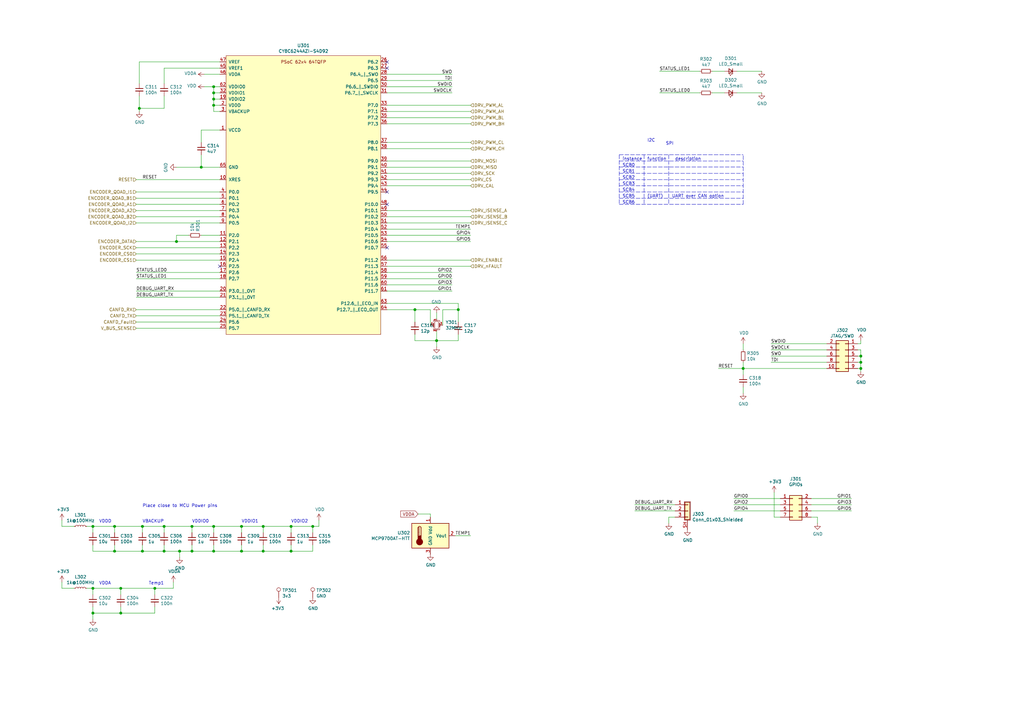
<source format=kicad_sch>
(kicad_sch (version 20210406) (generator eeschema)
  (paper "A3")
  (lib_symbols
    (symbol "Connector:TestPoint" (pin_numbers hide) (pin_names (offset 0.762) hide)
      (property "Reference" "TP" (at 0 6.858 0))
      (property "Value" "TestPoint" (at 0 5.08 0))
      (symbol "TestPoint_0_1"
        (circle (center 0 3.302) (radius 0.762))
      )
      (symbol "TestPoint_1_1"
        (pin passive line (at 0 0 90) (length 2.54) (name "1") (number "1"))
      )
    )
    (symbol "Connector_Generic:Conn_02x04_Odd_Even" (pin_names (offset 1.016) hide)
      (property "Reference" "J" (at 1.27 5.08 0))
      (property "Value" "Conn_02x04_Odd_Even" (at 1.27 -7.62 0))
      (symbol "Conn_02x04_Odd_Even_1_1"
        (rectangle (start -1.27 -4.953) (end 0 -5.207) (stroke (width 0.1524)))
        (rectangle (start -1.27 -2.413) (end 0 -2.667) (stroke (width 0.1524)))
        (rectangle (start -1.27 0.127) (end 0 -0.127) (stroke (width 0.1524)))
        (rectangle (start -1.27 2.667) (end 0 2.413) (stroke (width 0.1524)))
        (rectangle (start 3.81 -4.953) (end 2.54 -5.207) (stroke (width 0.1524)))
        (rectangle (start 3.81 -2.413) (end 2.54 -2.667) (stroke (width 0.1524)))
        (rectangle (start 3.81 0.127) (end 2.54 -0.127) (stroke (width 0.1524)))
        (rectangle (start 3.81 2.667) (end 2.54 2.413) (stroke (width 0.1524)))
        (rectangle (start -1.27 3.81) (end 3.81 -6.35) (stroke (width 0.254)) (fill (type background)))
        (pin passive line (at -5.08 2.54 0) (length 3.81) (name "Pin_1") (number "1"))
        (pin passive line (at 7.62 2.54 180) (length 3.81) (name "Pin_2") (number "2"))
        (pin passive line (at -5.08 0 0) (length 3.81) (name "Pin_3") (number "3"))
        (pin passive line (at 7.62 0 180) (length 3.81) (name "Pin_4") (number "4"))
        (pin passive line (at -5.08 -2.54 0) (length 3.81) (name "Pin_5") (number "5"))
        (pin passive line (at 7.62 -2.54 180) (length 3.81) (name "Pin_6") (number "6"))
        (pin passive line (at -5.08 -5.08 0) (length 3.81) (name "Pin_7") (number "7"))
        (pin passive line (at 7.62 -5.08 180) (length 3.81) (name "Pin_8") (number "8"))
      )
    )
    (symbol "Connector_Generic:Conn_02x05_Odd_Even" (pin_names (offset 1.016) hide)
      (property "Reference" "J" (at 1.27 7.62 0))
      (property "Value" "Conn_02x05_Odd_Even" (at 1.27 -7.62 0))
      (symbol "Conn_02x05_Odd_Even_1_1"
        (rectangle (start -1.27 -4.953) (end 0 -5.207) (stroke (width 0.1524)))
        (rectangle (start -1.27 -2.413) (end 0 -2.667) (stroke (width 0.1524)))
        (rectangle (start -1.27 0.127) (end 0 -0.127) (stroke (width 0.1524)))
        (rectangle (start -1.27 2.667) (end 0 2.413) (stroke (width 0.1524)))
        (rectangle (start -1.27 5.207) (end 0 4.953) (stroke (width 0.1524)))
        (rectangle (start 3.81 -4.953) (end 2.54 -5.207) (stroke (width 0.1524)))
        (rectangle (start 3.81 -2.413) (end 2.54 -2.667) (stroke (width 0.1524)))
        (rectangle (start 3.81 0.127) (end 2.54 -0.127) (stroke (width 0.1524)))
        (rectangle (start 3.81 2.667) (end 2.54 2.413) (stroke (width 0.1524)))
        (rectangle (start 3.81 5.207) (end 2.54 4.953) (stroke (width 0.1524)))
        (rectangle (start -1.27 6.35) (end 3.81 -6.35) (stroke (width 0.254)) (fill (type background)))
        (pin passive line (at -5.08 5.08 0) (length 3.81) (name "Pin_1") (number "1"))
        (pin passive line (at 7.62 -5.08 180) (length 3.81) (name "Pin_10") (number "10"))
        (pin passive line (at 7.62 5.08 180) (length 3.81) (name "Pin_2") (number "2"))
        (pin passive line (at -5.08 2.54 0) (length 3.81) (name "Pin_3") (number "3"))
        (pin passive line (at 7.62 2.54 180) (length 3.81) (name "Pin_4") (number "4"))
        (pin passive line (at -5.08 0 0) (length 3.81) (name "Pin_5") (number "5"))
        (pin passive line (at 7.62 0 180) (length 3.81) (name "Pin_6") (number "6"))
        (pin passive line (at -5.08 -2.54 0) (length 3.81) (name "Pin_7") (number "7"))
        (pin passive line (at 7.62 -2.54 180) (length 3.81) (name "Pin_8") (number "8"))
        (pin passive line (at -5.08 -5.08 0) (length 3.81) (name "Pin_9") (number "9"))
      )
    )
    (symbol "Connector_Generic_Shielded:Conn_01x03_Shielded" (pin_names (offset 1.016) hide)
      (property "Reference" "J" (at 0.254 4.826 0))
      (property "Value" "Conn_01x03_Shielded" (at 1.016 -4.826 0))
      (symbol "Conn_01x03_Shielded_1_1"
        (rectangle (start -1.27 3.81) (end 1.27 -3.81) (stroke (width 0.1524)))
        (rectangle (start -1.016 -2.413) (end 0.254 -2.667) (stroke (width 0.1524)))
        (rectangle (start -1.016 0.127) (end 0.254 -0.127) (stroke (width 0.1524)))
        (rectangle (start -1.016 2.667) (end 0.254 2.413) (stroke (width 0.1524)))
        (rectangle (start -1.016 3.556) (end 1.016 -3.556) (stroke (width 0.254)) (fill (type background)))
        (pin passive line (at -5.08 2.54 0) (length 4.064) (name "Pin_1") (number "1"))
        (pin passive line (at -5.08 0 0) (length 4.064) (name "Pin_2") (number "2"))
        (pin passive line (at -5.08 -2.54 0) (length 4.064) (name "Pin_3") (number "3"))
        (pin passive line (at 0 -7.62 90) (length 3.81) (name "Shield") (number "SH"))
      )
    )
    (symbol "Device:C_Small" (pin_numbers hide) (pin_names (offset 0.254) hide)
      (property "Reference" "C" (at 0.254 1.778 0))
      (property "Value" "C_Small" (at 0.254 -2.032 0))
      (symbol "C_Small_0_1"
        (polyline (pts (xy -1.524 -0.508) (xy 1.524 -0.508)) (stroke (width 0.3302)))
        (polyline (pts (xy -1.524 0.508) (xy 1.524 0.508)) (stroke (width 0.3048)))
      )
      (symbol "C_Small_1_1"
        (pin passive line (at 0 2.54 270) (length 2.032) (name "~") (number "1"))
        (pin passive line (at 0 -2.54 90) (length 2.032) (name "~") (number "2"))
      )
    )
    (symbol "Device:Crystal_GND24_Small" (pin_names (offset 1.016) hide)
      (property "Reference" "Y" (at 1.27 4.445 0))
      (property "Value" "Crystal_GND24_Small" (at 1.27 2.54 0))
      (symbol "Crystal_GND24_Small_0_1"
        (rectangle (start -0.762 -1.524) (end 0.762 1.524))
        (polyline (pts (xy -1.27 -0.762) (xy -1.27 0.762)) (stroke (width 0.381)))
        (polyline (pts (xy 1.27 -0.762) (xy 1.27 0.762)) (stroke (width 0.381)))
        (polyline (pts (xy -1.27 -1.27) (xy -1.27 -1.905) (xy 1.27 -1.905) (xy 1.27 -1.27)))
        (polyline (pts (xy -1.27 1.27) (xy -1.27 1.905) (xy 1.27 1.905) (xy 1.27 1.27)))
      )
      (symbol "Crystal_GND24_Small_1_1"
        (pin passive line (at -2.54 0 0) (length 1.27) (name "1") (number "1"))
        (pin passive line (at 0 -2.54 90) (length 0.635) (name "2") (number "2"))
        (pin passive line (at 2.54 0 180) (length 1.27) (name "3") (number "3"))
        (pin passive line (at 0 2.54 270) (length 0.635) (name "4") (number "4"))
      )
    )
    (symbol "Device:LED_Small" (pin_numbers hide) (pin_names (offset 0.254) hide)
      (property "Reference" "D" (at -1.27 3.175 0))
      (property "Value" "LED_Small" (at -4.445 -2.54 0))
      (symbol "LED_Small_0_1"
        (polyline (pts (xy -0.762 -1.016) (xy -0.762 1.016)) (stroke (width 0.254)))
        (polyline (pts (xy 1.016 0) (xy -0.762 0)))
        (polyline (pts (xy 0.762 -1.016) (xy -0.762 0) (xy 0.762 1.016) (xy 0.762 -1.016)) (stroke (width 0.254)))
        (polyline (pts (xy 0 0.762) (xy -0.508 1.27) (xy -0.254 1.27) (xy -0.508 1.27) (xy -0.508 1.016)))
        (polyline (pts (xy 0.508 1.27) (xy 0 1.778) (xy 0.254 1.778) (xy 0 1.778) (xy 0 1.524)))
      )
      (symbol "LED_Small_1_1"
        (pin passive line (at -2.54 0 0) (length 1.778) (name "K") (number "1"))
        (pin passive line (at 2.54 0 180) (length 1.778) (name "A") (number "2"))
      )
    )
    (symbol "Device:L_Small" (pin_numbers hide) (pin_names (offset 0.254) hide)
      (property "Reference" "L" (at 0.762 1.016 0))
      (property "Value" "L_Small" (at 0.762 -1.016 0))
      (symbol "L_Small_0_1"
        (arc (start 0 -2.032) (end 0 -1.016) (radius (at 0 -1.524) (length 0.508) (angles -89.9 89.9)))
        (arc (start 0 -1.016) (end 0 0) (radius (at 0 -0.508) (length 0.508) (angles -89.9 89.9)))
        (arc (start 0 0) (end 0 1.016) (radius (at 0 0.508) (length 0.508) (angles -89.9 89.9)))
        (arc (start 0 1.016) (end 0 2.032) (radius (at 0 1.524) (length 0.508) (angles -89.9 89.9)))
      )
      (symbol "L_Small_1_1"
        (pin passive line (at 0 2.54 270) (length 0.508) (name "~") (number "1"))
        (pin passive line (at 0 -2.54 90) (length 0.508) (name "~") (number "2"))
      )
    )
    (symbol "Device:R_Small" (pin_numbers hide) (pin_names (offset 0.254) hide)
      (property "Reference" "R" (at 0.762 0.508 0))
      (property "Value" "R_Small" (at 0.762 -1.016 0))
      (symbol "R_Small_0_1"
        (rectangle (start -0.762 1.778) (end 0.762 -1.778) (stroke (width 0.2032)))
      )
      (symbol "R_Small_1_1"
        (pin passive line (at 0 2.54 270) (length 0.762) (name "~") (number "1"))
        (pin passive line (at 0 -2.54 90) (length 0.762) (name "~") (number "2"))
      )
    )
    (symbol "OpenTurn-rescue:CY8C6244AZI-S4D92-cy8c6244azi-s4d92" (pin_names (offset 1.016))
      (property "Reference" "U" (at 1.27 1.27 0))
      (property "Value" "CY8C6244AZI-S4D92-cy8c6244azi-s4d92" (at 53.34 -115.57 0))
      (symbol "CY8C6244AZI-S4D92-cy8c6244azi-s4d92_0_0"
        (text "PSoC 62x4 64TQFP" (at 31.75 -2.54 0) (effects (font (size 1.27 1.27))))
      )
      (symbol "CY8C6244AZI-S4D92-cy8c6244azi-s4d92_0_1"
        (rectangle (start 0 0) (end 63.5 -114.3) (fill (type background)))
      )
      (symbol "CY8C6244AZI-S4D92-cy8c6244azi-s4d92_1_1"
        (pin input line (at -2.54 -30.48 0) (length 2.54) (name "VCCD") (number "1"))
        (pin input line (at -2.54 -50.8 0) (length 2.54) (name "XRES") (number "10"))
        (pin input line (at -2.54 -73.66 0) (length 2.54) (name "P2.0") (number "11"))
        (pin input line (at -2.54 -76.2 0) (length 2.54) (name "P2.1") (number "12"))
        (pin input line (at -2.54 -78.74 0) (length 2.54) (name "P2.2") (number "13"))
        (pin input line (at -2.54 -81.28 0) (length 2.54) (name "P2.3") (number "14"))
        (pin input line (at -2.54 -83.82 0) (length 2.54) (name "P2.4") (number "15"))
        (pin input line (at -2.54 -86.36 0) (length 2.54) (name "P2.5") (number "16"))
        (pin input line (at -2.54 -88.9 0) (length 2.54) (name "P2.6") (number "17"))
        (pin input line (at -2.54 -91.44 0) (length 2.54) (name "P2.7") (number "18"))
        (pin input line (at -2.54 -17.78 0) (length 2.54) (name "VDDIO2") (number "19"))
        (pin input line (at -2.54 -20.32 0) (length 2.54) (name "VDDD") (number "2"))
        (pin input line (at -2.54 -96.52 0) (length 2.54) (name "P3.0_|_OVT") (number "20"))
        (pin input line (at -2.54 -99.06 0) (length 2.54) (name "P3.1_|_OVT") (number "21"))
        (pin input line (at -2.54 -104.14 0) (length 2.54) (name "P5.0_|_CANFD_RX") (number "22"))
        (pin input line (at -2.54 -106.68 0) (length 2.54) (name "P5.1_|_CANFD_TX") (number "23"))
        (pin input line (at -2.54 -109.22 0) (length 2.54) (name "P5.6") (number "24"))
        (pin input line (at -2.54 -111.76 0) (length 2.54) (name "P5.7") (number "25"))
        (pin input line (at 66.04 -2.54 180) (length 2.54) (name "P6.2") (number "26"))
        (pin input line (at 66.04 -5.08 180) (length 2.54) (name "P6.3") (number "27"))
        (pin input line (at 66.04 -7.62 180) (length 2.54) (name "P6.4_|_SWO") (number "28"))
        (pin input line (at 66.04 -10.16 180) (length 2.54) (name "P6.5") (number "29"))
        (pin input line (at -2.54 -22.86 0) (length 2.54) (name "VBACKUP") (number "3"))
        (pin input line (at 66.04 -12.7 180) (length 2.54) (name "P6.6_|_SWDIO") (number "30"))
        (pin input line (at 66.04 -15.24 180) (length 2.54) (name "P6.7_|_SWCLK") (number "31"))
        (pin input line (at -2.54 -15.24 0) (length 2.54) (name "VDDIO1") (number "32"))
        (pin input line (at 66.04 -20.32 180) (length 2.54) (name "P7.0") (number "33"))
        (pin input line (at 66.04 -22.86 180) (length 2.54) (name "P7.1") (number "34"))
        (pin input line (at 66.04 -25.4 180) (length 2.54) (name "P7.2") (number "35"))
        (pin input line (at 66.04 -27.94 180) (length 2.54) (name "P7.3") (number "36"))
        (pin input line (at 66.04 -35.56 180) (length 2.54) (name "P8.0") (number "37"))
        (pin input line (at 66.04 -38.1 180) (length 2.54) (name "P8.1") (number "38"))
        (pin input line (at 66.04 -43.18 180) (length 2.54) (name "P9.0") (number "39"))
        (pin input line (at -2.54 -55.88 0) (length 2.54) (name "P0.0") (number "4"))
        (pin input line (at 66.04 -45.72 180) (length 2.54) (name "P9.1") (number "40"))
        (pin input line (at 66.04 -48.26 180) (length 2.54) (name "P9.2") (number "41"))
        (pin input line (at 66.04 -50.8 180) (length 2.54) (name "P9.3") (number "42"))
        (pin input line (at 66.04 -53.34 180) (length 2.54) (name "P9.4") (number "43"))
        (pin input line (at 66.04 -55.88 180) (length 2.54) (name "P9.5") (number "44"))
        (pin input line (at -2.54 -5.08 0) (length 2.54) (name "VREF1") (number "45"))
        (pin input line (at -2.54 -7.62 0) (length 2.54) (name "VDDA") (number "46"))
        (pin input line (at -2.54 -2.54 0) (length 2.54) (name "VREF") (number "47"))
        (pin input line (at 66.04 -60.96 180) (length 2.54) (name "P10.0") (number "48"))
        (pin input line (at 66.04 -63.5 180) (length 2.54) (name "P10.1") (number "49"))
        (pin input line (at -2.54 -58.42 0) (length 2.54) (name "P0.1") (number "5"))
        (pin input line (at 66.04 -66.04 180) (length 2.54) (name "P10.2") (number "50"))
        (pin input line (at 66.04 -68.58 180) (length 2.54) (name "P10.3") (number "51"))
        (pin input line (at 66.04 -71.12 180) (length 2.54) (name "P10.4") (number "52"))
        (pin input line (at 66.04 -73.66 180) (length 2.54) (name "P10.5") (number "53"))
        (pin input line (at 66.04 -76.2 180) (length 2.54) (name "P10.6") (number "54"))
        (pin input line (at 66.04 -78.74 180) (length 2.54) (name "P10.7") (number "55"))
        (pin input line (at 66.04 -83.82 180) (length 2.54) (name "P11.2") (number "56"))
        (pin input line (at 66.04 -86.36 180) (length 2.54) (name "P11.3") (number "57"))
        (pin input line (at 66.04 -88.9 180) (length 2.54) (name "P11.4") (number "58"))
        (pin input line (at 66.04 -91.44 180) (length 2.54) (name "P11.5") (number "59"))
        (pin input line (at -2.54 -60.96 0) (length 2.54) (name "P0.2") (number "6"))
        (pin input line (at 66.04 -93.98 180) (length 2.54) (name "P11.6") (number "60"))
        (pin input line (at 66.04 -96.52 180) (length 2.54) (name "P11.7") (number "61"))
        (pin input line (at -2.54 -12.7 0) (length 2.54) (name "VDDIO0") (number "62"))
        (pin input line (at 66.04 -101.6 180) (length 2.54) (name "P12.6_|_ECO_IN") (number "63"))
        (pin input line (at 66.04 -104.14 180) (length 2.54) (name "P12.7_|_ECO_OUT") (number "64"))
        (pin input line (at -2.54 -45.72 0) (length 2.54) (name "GND") (number "65"))
        (pin input line (at -2.54 -63.5 0) (length 2.54) (name "P0.3") (number "7"))
        (pin input line (at -2.54 -66.04 0) (length 2.54) (name "P0.4") (number "8"))
        (pin input line (at -2.54 -68.58 0) (length 2.54) (name "P0.5") (number "9"))
      )
    )
    (symbol "Sensor_Temperature:MCP9700AT-HTT" (pin_names (offset 1.016))
      (property "Reference" "U" (at -6.35 6.35 0))
      (property "Value" "MCP9700AT-HTT" (at 1.27 6.35 0))
      (symbol "MCP9700AT-HTT_0_1"
        (arc (start -3.81 3.175) (end -5.08 3.175) (radius (at -4.445 3.175) (length 0.635) (angles 0.1 179.9)) (stroke (width 0.254)))
        (circle (center -4.445 -2.54) (radius 1.27) (stroke (width 0.254)) (fill (type outline)))
        (rectangle (start -3.81 -1.905) (end -5.08 0) (stroke (width 0.254)) (fill (type outline)))
        (rectangle (start -7.62 5.08) (end 7.62 -5.08) (stroke (width 0.254)) (fill (type background)))
        (polyline (pts (xy -5.08 0.635) (xy -4.445 0.635)) (stroke (width 0.254)))
        (polyline (pts (xy -5.08 1.27) (xy -4.445 1.27)) (stroke (width 0.254)))
        (polyline (pts (xy -5.08 1.905) (xy -4.445 1.905)) (stroke (width 0.254)))
        (polyline (pts (xy -5.08 2.54) (xy -4.445 2.54)) (stroke (width 0.254)))
        (polyline (pts (xy -5.08 3.175) (xy -5.08 0)) (stroke (width 0.254)))
        (polyline (pts (xy -5.08 3.175) (xy -4.445 3.175)) (stroke (width 0.254)))
        (polyline (pts (xy -3.81 3.175) (xy -3.81 0)) (stroke (width 0.254)))
      )
      (symbol "MCP9700AT-HTT_1_1"
        (pin power_in line (at 0 7.62 270) (length 2.54) (name "Vdd") (number "1"))
        (pin output line (at 10.16 0 180) (length 2.54) (name "Vout") (number "2"))
        (pin power_in line (at 0 -7.62 90) (length 2.54) (name "GND") (number "3"))
      )
    )
    (symbol "power:+3.3V" (power) (pin_names (offset 0))
      (property "Value" "+3.3V" (at 0 3.556 0))
      (symbol "+3.3V_0_1"
        (polyline (pts (xy -0.762 1.27) (xy 0 2.54)))
        (polyline (pts (xy 0 0) (xy 0 2.54)))
        (polyline (pts (xy 0 2.54) (xy 0.762 1.27)))
      )
      (symbol "+3.3V_1_1"
        (pin power_in line (at 0 0 90) (length 0) hide (name "+3V3") (number "1"))
      )
    )
    (symbol "power:GND" (power) (pin_names (offset 0))
      (property "Value" "GND" (at 0 -3.81 0))
      (symbol "GND_0_1"
        (polyline (pts (xy 0 0) (xy 0 -1.27) (xy 1.27 -1.27) (xy 0 -2.54) (xy -1.27 -1.27) (xy 0 -1.27)))
      )
      (symbol "GND_1_1"
        (pin power_in line (at 0 0 270) (length 0) hide (name "GND") (number "1"))
      )
    )
    (symbol "power:VDD" (power) (pin_names (offset 0))
      (property "Value" "VDD" (at 0 3.81 0))
      (symbol "VDD_0_1"
        (polyline (pts (xy -0.762 1.27) (xy 0 2.54)))
        (polyline (pts (xy 0 0) (xy 0 2.54)))
        (polyline (pts (xy 0 2.54) (xy 0.762 1.27)))
      )
      (symbol "VDD_1_1"
        (pin power_in line (at 0 0 90) (length 0) hide (name "VDD") (number "1"))
      )
    )
    (symbol "power:VDDA" (power) (pin_names (offset 0))
      (property "Value" "VDDA" (at 0 3.81 0))
      (symbol "VDDA_0_1"
        (polyline (pts (xy -0.762 1.27) (xy 0 2.54)))
        (polyline (pts (xy 0 0) (xy 0 2.54)))
        (polyline (pts (xy 0 2.54) (xy 0.762 1.27)))
      )
      (symbol "VDDA_1_1"
        (pin power_in line (at 0 0 90) (length 0) hide (name "VDDA") (number "1"))
      )
    )
  )
  (junction (at 38.1 215.9) (diameter 1.016))
  (junction (at 38.1 241.3) (diameter 1.016))
  (junction (at 38.1 251.46) (diameter 1.016))
  (junction (at 46.99 215.9) (diameter 1.016))
  (junction (at 46.99 226.06) (diameter 1.016))
  (junction (at 49.53 241.3) (diameter 1.016))
  (junction (at 49.53 251.46) (diameter 1.016))
  (junction (at 57.15 44.45) (diameter 1.016))
  (junction (at 58.42 215.9) (diameter 1.016))
  (junction (at 58.42 226.06) (diameter 1.016))
  (junction (at 63.5 241.3) (diameter 1.016))
  (junction (at 67.31 215.9) (diameter 1.016))
  (junction (at 67.31 226.06) (diameter 1.016))
  (junction (at 72.39 99.06) (diameter 1.016))
  (junction (at 73.66 226.06) (diameter 1.016))
  (junction (at 78.74 215.9) (diameter 1.016))
  (junction (at 78.74 226.06) (diameter 1.016))
  (junction (at 82.55 68.58) (diameter 1.016))
  (junction (at 87.63 35.56) (diameter 1.016))
  (junction (at 87.63 38.1) (diameter 1.016))
  (junction (at 87.63 40.64) (diameter 1.016))
  (junction (at 87.63 43.18) (diameter 1.016))
  (junction (at 87.63 215.9) (diameter 1.016))
  (junction (at 87.63 226.06) (diameter 1.016))
  (junction (at 99.06 215.9) (diameter 1.016))
  (junction (at 99.06 226.06) (diameter 1.016))
  (junction (at 107.95 215.9) (diameter 1.016))
  (junction (at 107.95 226.06) (diameter 1.016))
  (junction (at 119.38 215.9) (diameter 1.016))
  (junction (at 119.38 226.06) (diameter 1.016))
  (junction (at 128.27 215.9) (diameter 1.016))
  (junction (at 170.18 127) (diameter 1.016))
  (junction (at 179.07 139.7) (diameter 1.016))
  (junction (at 187.96 127) (diameter 1.016))
  (junction (at 304.8 151.13) (diameter 1.016))
  (junction (at 353.06 146.05) (diameter 1.016))
  (junction (at 353.06 148.59) (diameter 1.016))
  (junction (at 353.06 151.13) (diameter 1.016))
  (no_connect (at 90.17 109.22))
  (no_connect (at 158.75 25.4))
  (no_connect (at 158.75 27.94))
  (no_connect (at 158.75 78.74))
  (no_connect (at 158.75 83.82))
  (no_connect (at 158.75 101.6))
  (wire (pts (xy 25.4 215.9) (xy 25.4 213.36)))
  (wire (pts (xy 25.4 241.3) (xy 25.4 238.76)))
  (wire (pts (xy 30.48 215.9) (xy 25.4 215.9)))
  (wire (pts (xy 30.48 241.3) (xy 25.4 241.3)))
  (wire (pts (xy 35.56 215.9) (xy 38.1 215.9)))
  (wire (pts (xy 35.56 241.3) (xy 38.1 241.3)))
  (wire (pts (xy 38.1 215.9) (xy 46.99 215.9)))
  (wire (pts (xy 38.1 218.44) (xy 38.1 215.9)))
  (wire (pts (xy 38.1 226.06) (xy 38.1 223.52)))
  (wire (pts (xy 38.1 226.06) (xy 46.99 226.06)))
  (wire (pts (xy 38.1 241.3) (xy 49.53 241.3)))
  (wire (pts (xy 38.1 243.84) (xy 38.1 241.3)))
  (wire (pts (xy 38.1 251.46) (xy 38.1 248.92)))
  (wire (pts (xy 38.1 251.46) (xy 49.53 251.46)))
  (wire (pts (xy 38.1 254) (xy 38.1 251.46)))
  (wire (pts (xy 46.99 215.9) (xy 58.42 215.9)))
  (wire (pts (xy 46.99 218.44) (xy 46.99 215.9)))
  (wire (pts (xy 46.99 223.52) (xy 46.99 226.06)))
  (wire (pts (xy 49.53 241.3) (xy 63.5 241.3)))
  (wire (pts (xy 49.53 243.84) (xy 49.53 241.3)))
  (wire (pts (xy 49.53 248.92) (xy 49.53 251.46)))
  (wire (pts (xy 55.88 78.74) (xy 90.17 78.74)))
  (wire (pts (xy 55.88 81.28) (xy 90.17 81.28)))
  (wire (pts (xy 55.88 83.82) (xy 90.17 83.82)))
  (wire (pts (xy 55.88 86.36) (xy 90.17 86.36)))
  (wire (pts (xy 55.88 88.9) (xy 90.17 88.9)))
  (wire (pts (xy 55.88 91.44) (xy 90.17 91.44)))
  (wire (pts (xy 55.88 101.6) (xy 90.17 101.6)))
  (wire (pts (xy 55.88 104.14) (xy 90.17 104.14)))
  (wire (pts (xy 55.88 106.68) (xy 90.17 106.68)))
  (wire (pts (xy 57.15 25.4) (xy 57.15 34.29)))
  (wire (pts (xy 57.15 39.37) (xy 57.15 44.45)))
  (wire (pts (xy 57.15 45.72) (xy 57.15 44.45)))
  (wire (pts (xy 58.42 215.9) (xy 67.31 215.9)))
  (wire (pts (xy 58.42 218.44) (xy 58.42 215.9)))
  (wire (pts (xy 58.42 226.06) (xy 46.99 226.06)))
  (wire (pts (xy 58.42 226.06) (xy 58.42 223.52)))
  (wire (pts (xy 58.42 226.06) (xy 67.31 226.06)))
  (wire (pts (xy 63.5 241.3) (xy 63.5 243.84)))
  (wire (pts (xy 63.5 241.3) (xy 71.12 241.3)))
  (wire (pts (xy 63.5 248.92) (xy 63.5 251.46)))
  (wire (pts (xy 63.5 251.46) (xy 49.53 251.46)))
  (wire (pts (xy 67.31 27.94) (xy 67.31 34.29)))
  (wire (pts (xy 67.31 39.37) (xy 67.31 44.45)))
  (wire (pts (xy 67.31 44.45) (xy 57.15 44.45)))
  (wire (pts (xy 67.31 215.9) (xy 78.74 215.9)))
  (wire (pts (xy 67.31 218.44) (xy 67.31 215.9)))
  (wire (pts (xy 67.31 223.52) (xy 67.31 226.06)))
  (wire (pts (xy 71.12 241.3) (xy 71.12 238.76)))
  (wire (pts (xy 72.39 96.52) (xy 72.39 99.06)))
  (wire (pts (xy 72.39 99.06) (xy 55.88 99.06)))
  (wire (pts (xy 72.39 99.06) (xy 90.17 99.06)))
  (wire (pts (xy 73.66 226.06) (xy 67.31 226.06)))
  (wire (pts (xy 73.66 228.6) (xy 73.66 226.06)))
  (wire (pts (xy 77.47 96.52) (xy 72.39 96.52)))
  (wire (pts (xy 78.74 215.9) (xy 87.63 215.9)))
  (wire (pts (xy 78.74 218.44) (xy 78.74 215.9)))
  (wire (pts (xy 78.74 226.06) (xy 73.66 226.06)))
  (wire (pts (xy 78.74 226.06) (xy 78.74 223.52)))
  (wire (pts (xy 78.74 226.06) (xy 87.63 226.06)))
  (wire (pts (xy 82.55 58.42) (xy 82.55 53.34)))
  (wire (pts (xy 82.55 63.5) (xy 82.55 68.58)))
  (wire (pts (xy 82.55 68.58) (xy 72.39 68.58)))
  (wire (pts (xy 83.82 30.48) (xy 90.17 30.48)))
  (wire (pts (xy 83.82 35.56) (xy 87.63 35.56)))
  (wire (pts (xy 87.63 35.56) (xy 87.63 38.1)))
  (wire (pts (xy 87.63 35.56) (xy 90.17 35.56)))
  (wire (pts (xy 87.63 38.1) (xy 87.63 40.64)))
  (wire (pts (xy 87.63 38.1) (xy 90.17 38.1)))
  (wire (pts (xy 87.63 40.64) (xy 87.63 43.18)))
  (wire (pts (xy 87.63 43.18) (xy 87.63 45.72)))
  (wire (pts (xy 87.63 45.72) (xy 90.17 45.72)))
  (wire (pts (xy 87.63 215.9) (xy 99.06 215.9)))
  (wire (pts (xy 87.63 218.44) (xy 87.63 215.9)))
  (wire (pts (xy 87.63 223.52) (xy 87.63 226.06)))
  (wire (pts (xy 90.17 25.4) (xy 57.15 25.4)))
  (wire (pts (xy 90.17 27.94) (xy 67.31 27.94)))
  (wire (pts (xy 90.17 40.64) (xy 87.63 40.64)))
  (wire (pts (xy 90.17 43.18) (xy 87.63 43.18)))
  (wire (pts (xy 90.17 53.34) (xy 82.55 53.34)))
  (wire (pts (xy 90.17 68.58) (xy 82.55 68.58)))
  (wire (pts (xy 90.17 73.66) (xy 55.88 73.66)))
  (wire (pts (xy 90.17 96.52) (xy 82.55 96.52)))
  (wire (pts (xy 90.17 111.76) (xy 55.88 111.76)))
  (wire (pts (xy 90.17 114.3) (xy 55.88 114.3)))
  (wire (pts (xy 90.17 119.38) (xy 55.88 119.38)))
  (wire (pts (xy 90.17 121.92) (xy 55.88 121.92)))
  (wire (pts (xy 90.17 127) (xy 55.88 127)))
  (wire (pts (xy 90.17 129.54) (xy 55.88 129.54)))
  (wire (pts (xy 90.17 132.08) (xy 55.88 132.08)))
  (wire (pts (xy 90.17 134.62) (xy 55.88 134.62)))
  (wire (pts (xy 99.06 215.9) (xy 107.95 215.9)))
  (wire (pts (xy 99.06 218.44) (xy 99.06 215.9)))
  (wire (pts (xy 99.06 226.06) (xy 87.63 226.06)))
  (wire (pts (xy 99.06 226.06) (xy 99.06 223.52)))
  (wire (pts (xy 99.06 226.06) (xy 107.95 226.06)))
  (wire (pts (xy 107.95 215.9) (xy 119.38 215.9)))
  (wire (pts (xy 107.95 218.44) (xy 107.95 215.9)))
  (wire (pts (xy 107.95 223.52) (xy 107.95 226.06)))
  (wire (pts (xy 119.38 215.9) (xy 128.27 215.9)))
  (wire (pts (xy 119.38 218.44) (xy 119.38 215.9)))
  (wire (pts (xy 119.38 226.06) (xy 107.95 226.06)))
  (wire (pts (xy 119.38 226.06) (xy 119.38 223.52)))
  (wire (pts (xy 119.38 226.06) (xy 128.27 226.06)))
  (wire (pts (xy 128.27 215.9) (xy 130.81 215.9)))
  (wire (pts (xy 128.27 218.44) (xy 128.27 215.9)))
  (wire (pts (xy 128.27 223.52) (xy 128.27 226.06)))
  (wire (pts (xy 130.81 215.9) (xy 130.81 213.36)))
  (wire (pts (xy 158.75 30.48) (xy 185.42 30.48)))
  (wire (pts (xy 158.75 33.02) (xy 185.42 33.02)))
  (wire (pts (xy 158.75 35.56) (xy 185.42 35.56)))
  (wire (pts (xy 158.75 38.1) (xy 185.42 38.1)))
  (wire (pts (xy 158.75 43.18) (xy 193.04 43.18)))
  (wire (pts (xy 158.75 45.72) (xy 193.04 45.72)))
  (wire (pts (xy 158.75 48.26) (xy 193.04 48.26)))
  (wire (pts (xy 158.75 50.8) (xy 193.04 50.8)))
  (wire (pts (xy 158.75 58.42) (xy 193.04 58.42)))
  (wire (pts (xy 158.75 60.96) (xy 193.04 60.96)))
  (wire (pts (xy 158.75 66.04) (xy 193.04 66.04)))
  (wire (pts (xy 158.75 68.58) (xy 193.04 68.58)))
  (wire (pts (xy 158.75 71.12) (xy 193.04 71.12)))
  (wire (pts (xy 158.75 73.66) (xy 193.04 73.66)))
  (wire (pts (xy 158.75 76.2) (xy 193.04 76.2)))
  (wire (pts (xy 158.75 86.36) (xy 193.04 86.36)))
  (wire (pts (xy 158.75 88.9) (xy 193.04 88.9)))
  (wire (pts (xy 158.75 91.44) (xy 193.04 91.44)))
  (wire (pts (xy 158.75 93.98) (xy 193.04 93.98)))
  (wire (pts (xy 158.75 96.52) (xy 193.04 96.52)))
  (wire (pts (xy 158.75 99.06) (xy 193.04 99.06)))
  (wire (pts (xy 158.75 106.68) (xy 193.04 106.68)))
  (wire (pts (xy 158.75 109.22) (xy 193.04 109.22)))
  (wire (pts (xy 158.75 127) (xy 170.18 127)))
  (wire (pts (xy 170.18 127) (xy 170.18 132.08)))
  (wire (pts (xy 170.18 127) (xy 176.53 127)))
  (wire (pts (xy 170.18 137.16) (xy 170.18 139.7)))
  (wire (pts (xy 170.18 139.7) (xy 179.07 139.7)))
  (wire (pts (xy 171.45 210.82) (xy 176.53 210.82)))
  (wire (pts (xy 176.53 133.35) (xy 176.53 127)))
  (wire (pts (xy 176.53 210.82) (xy 176.53 212.09)))
  (wire (pts (xy 179.07 130.81) (xy 179.07 128.27)))
  (wire (pts (xy 179.07 135.89) (xy 179.07 139.7)))
  (wire (pts (xy 179.07 139.7) (xy 179.07 142.24)))
  (wire (pts (xy 179.07 139.7) (xy 187.96 139.7)))
  (wire (pts (xy 181.61 127) (xy 181.61 133.35)))
  (wire (pts (xy 181.61 127) (xy 187.96 127)))
  (wire (pts (xy 185.42 111.76) (xy 158.75 111.76)))
  (wire (pts (xy 185.42 114.3) (xy 158.75 114.3)))
  (wire (pts (xy 185.42 116.84) (xy 158.75 116.84)))
  (wire (pts (xy 185.42 119.38) (xy 158.75 119.38)))
  (wire (pts (xy 186.69 219.71) (xy 193.04 219.71)))
  (wire (pts (xy 187.96 124.46) (xy 158.75 124.46)))
  (wire (pts (xy 187.96 127) (xy 187.96 124.46)))
  (wire (pts (xy 187.96 127) (xy 187.96 132.08)))
  (wire (pts (xy 187.96 137.16) (xy 187.96 139.7)))
  (wire (pts (xy 260.35 207.01) (xy 276.86 207.01)))
  (wire (pts (xy 260.35 209.55) (xy 276.86 209.55)))
  (wire (pts (xy 270.51 29.21) (xy 287.02 29.21)))
  (wire (pts (xy 270.51 38.1) (xy 287.02 38.1)))
  (wire (pts (xy 274.32 212.09) (xy 276.86 212.09)))
  (wire (pts (xy 274.32 214.63) (xy 274.32 212.09)))
  (wire (pts (xy 292.1 29.21) (xy 297.18 29.21)))
  (wire (pts (xy 292.1 38.1) (xy 297.18 38.1)))
  (wire (pts (xy 294.64 151.13) (xy 304.8 151.13)))
  (wire (pts (xy 300.99 207.01) (xy 320.04 207.01)))
  (wire (pts (xy 300.99 209.55) (xy 320.04 209.55)))
  (wire (pts (xy 302.26 29.21) (xy 312.42 29.21)))
  (wire (pts (xy 302.26 38.1) (xy 312.42 38.1)))
  (wire (pts (xy 304.8 140.97) (xy 304.8 143.51)))
  (wire (pts (xy 304.8 148.59) (xy 304.8 151.13)))
  (wire (pts (xy 304.8 151.13) (xy 339.09 151.13)))
  (wire (pts (xy 304.8 153.67) (xy 304.8 151.13)))
  (wire (pts (xy 304.8 158.75) (xy 304.8 161.29)))
  (wire (pts (xy 316.23 148.59) (xy 339.09 148.59)))
  (wire (pts (xy 317.5 201.93) (xy 317.5 212.09)))
  (wire (pts (xy 317.5 212.09) (xy 320.04 212.09)))
  (wire (pts (xy 320.04 204.47) (xy 300.99 204.47)))
  (wire (pts (xy 332.74 204.47) (xy 349.25 204.47)))
  (wire (pts (xy 332.74 207.01) (xy 349.25 207.01)))
  (wire (pts (xy 332.74 209.55) (xy 349.25 209.55)))
  (wire (pts (xy 335.28 212.09) (xy 332.74 212.09)))
  (wire (pts (xy 335.28 214.63) (xy 335.28 212.09)))
  (wire (pts (xy 339.09 140.97) (xy 316.23 140.97)))
  (wire (pts (xy 339.09 143.51) (xy 316.23 143.51)))
  (wire (pts (xy 339.09 146.05) (xy 316.23 146.05)))
  (wire (pts (xy 353.06 139.7) (xy 353.06 140.97)))
  (wire (pts (xy 353.06 140.97) (xy 351.79 140.97)))
  (wire (pts (xy 353.06 143.51) (xy 351.79 143.51)))
  (wire (pts (xy 353.06 146.05) (xy 351.79 146.05)))
  (wire (pts (xy 353.06 146.05) (xy 353.06 143.51)))
  (wire (pts (xy 353.06 148.59) (xy 351.79 148.59)))
  (wire (pts (xy 353.06 148.59) (xy 353.06 146.05)))
  (wire (pts (xy 353.06 151.13) (xy 351.79 151.13)))
  (wire (pts (xy 353.06 151.13) (xy 353.06 148.59)))
  (wire (pts (xy 353.06 152.4) (xy 353.06 151.13)))
  (polyline (pts (xy 254 63.5) (xy 254 83.82)) (stroke (width 0) (type dash)))
  (polyline (pts (xy 254 63.5) (xy 304.8 63.5)) (stroke (width 0) (type dash)))
  (polyline (pts (xy 254 66.04) (xy 304.8 66.04)) (stroke (width 0) (type dash)))
  (polyline (pts (xy 254 68.4936) (xy 304.8 68.4936)) (stroke (width 0) (type dash)))
  (polyline (pts (xy 254 71.12) (xy 304.8 71.12)) (stroke (width 0) (type dash)))
  (polyline (pts (xy 254 73.66) (xy 304.8 73.66)) (stroke (width 0) (type dash)))
  (polyline (pts (xy 254 76.2) (xy 304.8 76.2)) (stroke (width 0) (type dash)))
  (polyline (pts (xy 254 78.74) (xy 304.8 78.74)) (stroke (width 0) (type dash)))
  (polyline (pts (xy 254 81.28) (xy 304.8 81.28)) (stroke (width 0) (type dash)))
  (polyline (pts (xy 254 83.82) (xy 304.8 83.82)) (stroke (width 0) (type dash)))
  (polyline (pts (xy 264.16 63.5) (xy 264.16 83.82)) (stroke (width 0) (type dash)))
  (polyline (pts (xy 274.32 63.5) (xy 274.32 83.82)) (stroke (width 0) (type dash)))
  (polyline (pts (xy 304.8 83.82) (xy 304.8 63.5)) (stroke (width 0) (type dash)))
  (text "VDDD" (at 40.64 214.63 0) (effects (font (size 1.27 1.27)) (justify left bottom)))
  (text "VDDA" (at 40.64 240.03 0) (effects (font (size 1.27 1.27)) (justify left bottom)))
  (text "Place close to MCU Power pins" (at 58.42 208.28 0) (effects (font (size 1.27 1.27)) (justify left bottom)))
  (text "VBACKUP" (at 58.42 214.63 0) (effects (font (size 1.27 1.27)) (justify left bottom)))
  (text "Temp1" (at 60.96 240.03 0) (effects (font (size 1.27 1.27)) (justify left bottom)))
  (text "VDDIO0" (at 78.74 214.63 0) (effects (font (size 1.27 1.27)) (justify left bottom)))
  (text "VDDIO1" (at 99.06 214.63 0) (effects (font (size 1.27 1.27)) (justify left bottom)))
  (text "VDDIO2" (at 119.38 214.63 0) (effects (font (size 1.27 1.27)) (justify left bottom)))
  (text "instance" (at 255.27 66.04 0) (effects (font (size 1.27 1.27)) (justify left bottom)))
  (text "SCB0" (at 255.27 68.58 0) (effects (font (size 1.27 1.27)) (justify left bottom)))
  (text "SCB1" (at 255.27 71.12 0) (effects (font (size 1.27 1.27)) (justify left bottom)))
  (text "SCB2" (at 255.27 73.66 0) (effects (font (size 1.27 1.27)) (justify left bottom)))
  (text "SCB3" (at 255.27 76.2 0) (effects (font (size 1.27 1.27)) (justify left bottom)))
  (text "SCB4" (at 255.27 78.74 0) (effects (font (size 1.27 1.27)) (justify left bottom)))
  (text "SCB5" (at 255.27 81.28 0) (effects (font (size 1.27 1.27)) (justify left bottom)))
  (text "SCB6" (at 255.27 83.82 0) (effects (font (size 1.27 1.27)) (justify left bottom)))
  (text "I2C" (at 265.43 58.42 0) (effects (font (size 1.27 1.27)) (justify left bottom)))
  (text "function" (at 265.43 66.04 0) (effects (font (size 1.27 1.27)) (justify left bottom)))
  (text "(UART)" (at 265.43 81.28 0) (effects (font (size 1.27 1.27)) (justify left bottom)))
  (text "SPI" (at 273.05 59.69 0) (effects (font (size 1.27 1.27)) (justify left bottom)))
  (text "UART over CAN option" (at 275.59 81.28 0) (effects (font (size 1.27 1.27)) (justify left bottom)))
  (text "description" (at 276.86 66.04 0) (effects (font (size 1.27 1.27)) (justify left bottom)))
  (label "STATUS_LED0" (at 55.88 111.76 0))
  (label "STATUS_LED1" (at 55.88 114.3 0))
  (label "DEBUG_UART_RX" (at 55.88 119.38 0))
  (label "DEBUG_UART_TX" (at 55.88 121.92 0))
  (label "RESET" (at 58.42 73.66 0))
  (label "SWO" (at 185.42 30.48 180))
  (label "TDI" (at 185.42 33.02 180))
  (label "SWDIO" (at 185.42 35.56 180))
  (label "SWDCLK" (at 185.42 38.1 180))
  (label "GPIO2" (at 185.42 111.76 180))
  (label "GPIO0" (at 185.42 114.3 180))
  (label "GPIO3" (at 185.42 116.84 180))
  (label "GPIO1" (at 185.42 119.38 180))
  (label "TEMP1" (at 193.04 93.98 180))
  (label "GPIO4" (at 193.04 96.52 180))
  (label "GPIO5" (at 193.04 99.06 180))
  (label "TEMP1" (at 193.04 219.71 180))
  (label "DEBUG_UART_RX" (at 260.35 207.01 0))
  (label "DEBUG_UART_TX" (at 260.35 209.55 0))
  (label "STATUS_LED1" (at 270.51 29.21 0))
  (label "STATUS_LED0" (at 270.51 38.1 0))
  (label "RESET" (at 294.64 151.13 0))
  (label "GPIO0" (at 300.99 204.47 0))
  (label "GPIO2" (at 300.99 207.01 0))
  (label "GPIO4" (at 300.99 209.55 0))
  (label "SWDIO" (at 316.23 140.97 0))
  (label "SWDCLK" (at 316.23 143.51 0))
  (label "SWO" (at 316.23 146.05 0))
  (label "TDI" (at 316.23 148.59 0))
  (label "GPIO1" (at 349.25 204.47 180))
  (label "GPIO3" (at 349.25 207.01 180))
  (label "GPIO5" (at 349.25 209.55 180))
  (global_label "VDDA" (shape input) (at 171.45 210.82 180) (property "Intersheet References" "${INTERSHEET_REFS}" (effects hide)))
  (hierarchical_label "RESET" (shape input) (at 55.88 73.66 180))
  (hierarchical_label "ENCODER_QOAD_I1" (shape input) (at 55.88 78.74 180))
  (hierarchical_label "ENCODER_QOAD_B1" (shape input) (at 55.88 81.28 180))
  (hierarchical_label "ENCODER_QOAD_A1" (shape input) (at 55.88 83.82 180))
  (hierarchical_label "ENCODER_QOAD_A2" (shape input) (at 55.88 86.36 180))
  (hierarchical_label "ENCODER_QOAD_B2" (shape input) (at 55.88 88.9 180))
  (hierarchical_label "ENCODER_QOAD_I2" (shape input) (at 55.88 91.44 180))
  (hierarchical_label "ENCODER_DATA" (shape input) (at 55.88 99.06 180))
  (hierarchical_label "ENCODER_SCK" (shape input) (at 55.88 101.6 180))
  (hierarchical_label "ENCODER_CS0" (shape input) (at 55.88 104.14 180))
  (hierarchical_label "ENCODER_CS1" (shape input) (at 55.88 106.68 180))
  (hierarchical_label "CANFD_RX" (shape input) (at 55.88 127 180))
  (hierarchical_label "CANFD_TX" (shape input) (at 55.88 129.54 180))
  (hierarchical_label "CANFD_Fault" (shape input) (at 55.88 132.08 180))
  (hierarchical_label "V_BUS_SENSE" (shape input) (at 55.88 134.62 180))
  (hierarchical_label "DRV_PWM_AL" (shape input) (at 193.04 43.18 0))
  (hierarchical_label "DRV_PWM_AH" (shape input) (at 193.04 45.72 0))
  (hierarchical_label "DRV_PWM_BL" (shape input) (at 193.04 48.26 0))
  (hierarchical_label "DRV_PWM_BH" (shape input) (at 193.04 50.8 0))
  (hierarchical_label "DRV_PWM_CL" (shape input) (at 193.04 58.42 0))
  (hierarchical_label "DRV_PWM_CH" (shape input) (at 193.04 60.96 0))
  (hierarchical_label "DRV_MOSI" (shape input) (at 193.04 66.04 0))
  (hierarchical_label "DRV_MISO" (shape input) (at 193.04 68.58 0))
  (hierarchical_label "DRV_SCK" (shape input) (at 193.04 71.12 0))
  (hierarchical_label "DRV_CS" (shape input) (at 193.04 73.66 0))
  (hierarchical_label "DRV_CAL" (shape input) (at 193.04 76.2 0))
  (hierarchical_label "DRV_ISENSE_A" (shape input) (at 193.04 86.36 0))
  (hierarchical_label "DRV_ISENSE_B" (shape input) (at 193.04 88.9 0))
  (hierarchical_label "DRV_ISENSE_C" (shape input) (at 193.04 91.44 0))
  (hierarchical_label "DRV_ENABLE" (shape input) (at 193.04 106.68 0))
  (hierarchical_label "DRV_nFAULT" (shape input) (at 193.04 109.22 0))
  (symbol (lib_id "power:+3.3V") (at 25.4 213.36 0) (unit 1)
    (property "Reference" "#PWR0301" (effects hide))
    (property "Value" "+3.3V" (at 25.781 208.9658 0))
  )
  (symbol (lib_id "power:+3.3V") (at 25.4 238.76 0) (unit 1)
    (property "Reference" "#PWR0302" (effects hide))
    (property "Value" "+3.3V" (at 25.781 234.3658 0))
  )
  (symbol (lib_id "power:VDDA") (at 71.12 238.76 0) (unit 1)
    (property "Reference" "#PWR0304" (effects hide))
    (property "Value" "VDDA" (at 71.501 234.3658 0))
  )
  (symbol (lib_id "power:VDDA") (at 83.82 30.48 90) (unit 1)
    (property "Reference" "#PWR0309" (effects hide))
    (property "Value" "VDDA" (at 80.5688 30.099 90) (effects (justify left)))
  )
  (symbol (lib_id "power:VDD") (at 83.82 35.56 90) (unit 1)
    (property "Reference" "#PWR0310" (effects hide))
    (property "Value" "VDD" (at 80.5942 35.179 90) (effects (justify left)))
  )
  (symbol (lib_id "power:+3.3V") (at 114.3 245.11 180) (unit 1)
    (property "Reference" "#PWR0306" (effects hide))
    (property "Value" "+3.3V" (at 113.919 249.5042 0))
  )
  (symbol (lib_id "power:VDD") (at 130.81 213.36 0) (unit 1)
    (property "Reference" "#PWR0311" (effects hide))
    (property "Value" "VDD" (at 131.191 208.9658 0))
  )
  (symbol (lib_id "power:VDD") (at 304.8 140.97 0) (unit 1)
    (property "Reference" "#PWR0106" (effects hide))
    (property "Value" "VDD" (at 305.181 136.5758 0))
  )
  (symbol (lib_id "power:+3.3V") (at 317.5 201.93 0) (unit 1)
    (property "Reference" "#PWR0317" (effects hide))
    (property "Value" "+3.3V" (at 317.881 197.5358 0))
  )
  (symbol (lib_id "power:VDD") (at 353.06 139.7 0) (unit 1)
    (property "Reference" "#PWR0107" (effects hide))
    (property "Value" "VDD" (at 353.441 135.3058 0))
  )
  (symbol (lib_id "Device:L_Small") (at 33.02 215.9 90) (unit 1)
    (property "Reference" "L301" (at 33.02 211.201 90))
    (property "Value" "1k@100MHz" (at 33.02 213.5124 90))
    (property "Footprint" "Inductor_SMD:L_0603_1608Metric" (effects hide))
  )
  (symbol (lib_id "Device:L_Small") (at 33.02 241.3 90) (unit 1)
    (property "Reference" "L302" (at 33.02 236.601 90))
    (property "Value" "1k@100MHz" (at 33.02 238.9124 90))
    (property "Footprint" "Inductor_SMD:L_0603_1608Metric" (effects hide))
  )
  (symbol (lib_id "Connector:TestPoint") (at 114.3 245.11 0) (unit 1)
    (property "Reference" "TP301" (at 115.7732 242.1128 0) (effects (justify left)))
    (property "Value" "3v3" (at 115.7732 244.4242 0) (effects (justify left)))
    (property "Footprint" "TestPoint:TestPoint_Pad_D1.5mm" (effects hide))
  )
  (symbol (lib_id "Connector:TestPoint") (at 128.27 245.11 0) (unit 1)
    (property "Reference" "TP302" (at 129.7432 242.1128 0) (effects (justify left)))
    (property "Value" "GND" (at 129.7432 244.4242 0) (effects (justify left)))
    (property "Footprint" "Connector_PinHeader_2.54mm:PinHeader_1x01_P2.54mm_Vertical" (effects hide))
  )
  (symbol (lib_id "power:GND") (at 38.1 254 0) (unit 1)
    (property "Reference" "#PWR?" (effects hide))
    (property "Value" "GND" (at 38.227 258.3942 0))
  )
  (symbol (lib_id "power:GND") (at 57.15 45.72 0) (unit 1)
    (property "Reference" "#PWR?" (effects hide))
    (property "Value" "GND" (at 57.277 50.1142 0))
  )
  (symbol (lib_id "power:GND") (at 72.39 68.58 270) (unit 1)
    (property "Reference" "#PWR?" (effects hide))
    (property "Value" "GND" (at 67.9958 68.707 0))
  )
  (symbol (lib_id "power:GND") (at 73.66 228.6 0) (unit 1)
    (property "Reference" "#PWR?" (effects hide))
    (property "Value" "GND" (at 73.787 232.9942 0))
  )
  (symbol (lib_id "power:GND") (at 128.27 245.11 0) (unit 1)
    (property "Reference" "#PWR?" (effects hide))
    (property "Value" "GND" (at 128.397 249.5042 0))
  )
  (symbol (lib_id "power:GND") (at 176.53 227.33 0) (unit 1)
    (property "Reference" "#PWR?" (effects hide))
    (property "Value" "GND" (at 176.657 231.7242 0))
  )
  (symbol (lib_id "power:GND") (at 179.07 128.27 180) (unit 1)
    (property "Reference" "#PWR?" (effects hide))
    (property "Value" "GND" (at 178.943 123.8758 0))
  )
  (symbol (lib_id "power:GND") (at 179.07 142.24 0) (unit 1)
    (property "Reference" "#PWR?" (effects hide))
    (property "Value" "GND" (at 179.197 146.6342 0))
  )
  (symbol (lib_id "power:GND") (at 274.32 214.63 0) (unit 1)
    (property "Reference" "#PWR?" (effects hide))
    (property "Value" "GND" (at 274.447 219.0242 0))
  )
  (symbol (lib_id "power:GND") (at 281.94 217.17 0) (unit 1)
    (property "Reference" "#PWR?" (effects hide))
    (property "Value" "GND" (at 282.067 221.5642 0))
  )
  (symbol (lib_id "power:GND") (at 304.8 161.29 0) (unit 1)
    (property "Reference" "#PWR?" (effects hide))
    (property "Value" "GND" (at 304.927 165.6842 0))
  )
  (symbol (lib_id "power:GND") (at 312.42 29.21 0) (unit 1)
    (property "Reference" "#PWR?" (effects hide))
    (property "Value" "GND" (at 312.547 33.6042 0))
  )
  (symbol (lib_id "power:GND") (at 312.42 38.1 0) (unit 1)
    (property "Reference" "#PWR?" (effects hide))
    (property "Value" "GND" (at 312.547 42.4942 0))
  )
  (symbol (lib_id "power:GND") (at 335.28 214.63 0) (unit 1)
    (property "Reference" "#PWR?" (effects hide))
    (property "Value" "GND" (at 335.407 219.0242 0))
  )
  (symbol (lib_id "power:GND") (at 353.06 152.4 0) (unit 1)
    (property "Reference" "#PWR?" (effects hide))
    (property "Value" "GND" (at 353.187 156.7942 0))
  )
  (symbol (lib_id "Device:R_Small") (at 80.01 96.52 270) (mirror x) (unit 1)
    (property "Reference" "R301" (at 81.1784 95.0214 0) (effects (justify left)))
    (property "Value" "10k" (at 78.867 95.0214 0) (effects (justify left)))
    (property "Footprint" "Resistor_SMD:R_0603_1608Metric" (effects hide))
  )
  (symbol (lib_id "Device:R_Small") (at 289.56 29.21 270) (unit 1)
    (property "Reference" "R302" (at 289.56 24.2316 90))
    (property "Value" "4k7" (at 289.56 26.543 90))
    (property "Footprint" "Resistor_SMD:R_0603_1608Metric" (effects hide))
  )
  (symbol (lib_id "Device:R_Small") (at 289.56 38.1 270) (unit 1)
    (property "Reference" "R303" (at 289.56 33.1216 90))
    (property "Value" "4k7" (at 289.56 35.433 90))
    (property "Footprint" "Resistor_SMD:R_0603_1608Metric" (effects hide))
  )
  (symbol (lib_id "Device:R_Small") (at 304.8 146.05 0) (unit 1)
    (property "Reference" "R305" (at 306.2986 144.8816 0) (effects (justify left)))
    (property "Value" "10k" (at 306.2986 147.193 0) (effects (justify left)))
    (property "Footprint" "Resistor_SMD:R_0603_1608Metric" (effects hide))
  )
  (symbol (lib_id "Device:LED_Small") (at 299.72 29.21 180) (unit 1)
    (property "Reference" "D301" (at 299.72 23.9522 0))
    (property "Value" "LED_Small" (at 299.72 26.2636 0))
    (property "Footprint" "LED_SMD:LED_0603_1608Metric" (effects hide))
  )
  (symbol (lib_id "Device:LED_Small") (at 299.72 38.1 180) (unit 1)
    (property "Reference" "D302" (at 299.72 32.8422 0))
    (property "Value" "LED_Small" (at 299.72 35.1536 0))
    (property "Footprint" "LED_SMD:LED_0603_1608Metric" (effects hide))
  )
  (symbol (lib_id "Device:C_Small") (at 38.1 220.98 0) (unit 1)
    (property "Reference" "C301" (at 40.4368 219.8116 0) (effects (justify left)))
    (property "Value" "10u" (at 40.4368 222.123 0) (effects (justify left)))
    (property "Footprint" "Capacitor_SMD:C_0603_1608Metric" (effects hide))
  )
  (symbol (lib_id "Device:C_Small") (at 38.1 246.38 0) (unit 1)
    (property "Reference" "C302" (at 40.4368 245.2116 0) (effects (justify left)))
    (property "Value" "10u" (at 40.4368 247.523 0) (effects (justify left)))
    (property "Footprint" "Capacitor_SMD:C_0603_1608Metric" (effects hide))
  )
  (symbol (lib_id "Device:C_Small") (at 46.99 220.98 0) (unit 1)
    (property "Reference" "C303" (at 49.3268 219.8116 0) (effects (justify left)))
    (property "Value" "100n" (at 49.3268 222.123 0) (effects (justify left)))
    (property "Footprint" "Capacitor_SMD:C_0603_1608Metric" (effects hide))
  )
  (symbol (lib_id "Device:C_Small") (at 49.53 246.38 0) (unit 1)
    (property "Reference" "C304" (at 51.8668 245.2116 0) (effects (justify left)))
    (property "Value" "100n" (at 51.8668 247.523 0) (effects (justify left)))
    (property "Footprint" "Capacitor_SMD:C_0603_1608Metric" (effects hide))
  )
  (symbol (lib_id "Device:C_Small") (at 57.15 36.83 0) (unit 1)
    (property "Reference" "C311" (at 59.4868 35.6616 0) (effects (justify left)))
    (property "Value" "100n" (at 59.4868 37.973 0) (effects (justify left)))
    (property "Footprint" "Capacitor_SMD:C_0603_1608Metric" (effects hide))
  )
  (symbol (lib_id "Device:C_Small") (at 58.42 220.98 0) (unit 1)
    (property "Reference" "C305" (at 60.7568 219.8116 0) (effects (justify left)))
    (property "Value" "1u" (at 60.7568 222.123 0) (effects (justify left)))
    (property "Footprint" "Capacitor_SMD:C_0603_1608Metric" (effects hide))
  )
  (symbol (lib_id "Device:C_Small") (at 63.5 246.38 0) (unit 1)
    (property "Reference" "C322" (at 65.8368 245.2116 0) (effects (justify left)))
    (property "Value" "100n" (at 65.8368 247.523 0) (effects (justify left)))
    (property "Footprint" "Capacitor_SMD:C_0603_1608Metric" (effects hide))
  )
  (symbol (lib_id "Device:C_Small") (at 67.31 36.83 0) (unit 1)
    (property "Reference" "C312" (at 69.6468 35.6616 0) (effects (justify left)))
    (property "Value" "100n" (at 69.6468 37.973 0) (effects (justify left)))
    (property "Footprint" "Capacitor_SMD:C_0603_1608Metric" (effects hide))
  )
  (symbol (lib_id "Device:C_Small") (at 67.31 220.98 0) (unit 1)
    (property "Reference" "C306" (at 69.6468 219.8116 0) (effects (justify left)))
    (property "Value" "100n" (at 69.6468 222.123 0) (effects (justify left)))
    (property "Footprint" "Capacitor_SMD:C_0603_1608Metric" (effects hide))
  )
  (symbol (lib_id "Device:C_Small") (at 78.74 220.98 0) (unit 1)
    (property "Reference" "C307" (at 81.0768 219.8116 0) (effects (justify left)))
    (property "Value" "1u" (at 81.0768 222.123 0) (effects (justify left)))
    (property "Footprint" "Capacitor_SMD:C_0603_1608Metric" (effects hide))
  )
  (symbol (lib_id "Device:C_Small") (at 82.55 60.96 0) (unit 1)
    (property "Reference" "C314" (at 84.8868 59.7916 0) (effects (justify left)))
    (property "Value" "4u7" (at 84.8868 62.103 0) (effects (justify left)))
    (property "Footprint" "Capacitor_SMD:C_0603_1608Metric" (effects hide))
  )
  (symbol (lib_id "Device:C_Small") (at 87.63 220.98 0) (unit 1)
    (property "Reference" "C308" (at 89.9668 219.8116 0) (effects (justify left)))
    (property "Value" "100n" (at 89.9668 222.123 0) (effects (justify left)))
    (property "Footprint" "Capacitor_SMD:C_0603_1608Metric" (effects hide))
  )
  (symbol (lib_id "Device:C_Small") (at 99.06 220.98 0) (unit 1)
    (property "Reference" "C309" (at 101.3968 219.8116 0) (effects (justify left)))
    (property "Value" "1u" (at 101.3968 222.123 0) (effects (justify left)))
    (property "Footprint" "Capacitor_SMD:C_0603_1608Metric" (effects hide))
  )
  (symbol (lib_id "Device:C_Small") (at 107.95 220.98 0) (unit 1)
    (property "Reference" "C310" (at 110.2868 219.8116 0) (effects (justify left)))
    (property "Value" "100n" (at 110.2868 222.123 0) (effects (justify left)))
    (property "Footprint" "Capacitor_SMD:C_0603_1608Metric" (effects hide))
  )
  (symbol (lib_id "Device:C_Small") (at 119.38 220.98 0) (unit 1)
    (property "Reference" "C313" (at 121.7168 219.8116 0) (effects (justify left)))
    (property "Value" "1u" (at 121.7168 222.123 0) (effects (justify left)))
    (property "Footprint" "Capacitor_SMD:C_0603_1608Metric" (effects hide))
  )
  (symbol (lib_id "Device:C_Small") (at 128.27 220.98 0) (unit 1)
    (property "Reference" "C315" (at 130.6068 219.8116 0) (effects (justify left)))
    (property "Value" "100n" (at 130.6068 222.123 0) (effects (justify left)))
    (property "Footprint" "Capacitor_SMD:C_0603_1608Metric" (effects hide))
  )
  (symbol (lib_id "Device:C_Small") (at 170.18 134.62 0) (unit 1)
    (property "Reference" "C316" (at 172.5168 133.4516 0) (effects (justify left)))
    (property "Value" "12p" (at 172.5168 135.763 0) (effects (justify left)))
    (property "Footprint" "Capacitor_SMD:C_0603_1608Metric" (effects hide))
  )
  (symbol (lib_id "Device:C_Small") (at 187.96 134.62 0) (unit 1)
    (property "Reference" "C317" (at 190.2968 133.4516 0) (effects (justify left)))
    (property "Value" "12p" (at 190.2968 135.763 0) (effects (justify left)))
    (property "Footprint" "Capacitor_SMD:C_0603_1608Metric" (effects hide))
  )
  (symbol (lib_id "Device:C_Small") (at 304.8 156.21 0) (unit 1)
    (property "Reference" "C318" (at 307.1368 155.0416 0) (effects (justify left)))
    (property "Value" "100n" (at 307.1368 157.353 0) (effects (justify left)))
    (property "Footprint" "Capacitor_SMD:C_0603_1608Metric" (effects hide))
  )
  (symbol (lib_id "Device:Crystal_GND24_Small") (at 179.07 133.35 0) (unit 1)
    (property "Reference" "Y301" (at 182.7276 132.1816 0) (effects (justify left)))
    (property "Value" "32MHz" (at 182.7276 134.493 0) (effects (justify left)))
    (property "Footprint" "Crystal:Crystal_SMD_2520-4Pin_2.5x2.0mm" (effects hide))
    (property "Datasheet" "https://www.mouser.de/datasheet/2/137/FA_20H_en-1062154.pdf" (effects hide))
    (property "PartNumber" "https://www.mouser.de/datasheet/2/137/FA_20H_en-1062154.pdf" (effects hide))
  )
  (symbol (lib_id "Connector_Generic_Shielded:Conn_01x03_Shielded") (at 281.94 209.55 0) (unit 1)
    (property "Reference" "J303" (at 283.9213 210.8465 0) (effects (justify left)))
    (property "Value" "Conn_01x03_Shielded" (at 283.9213 213.1452 0) (effects (justify left)))
    (property "Footprint" "Connector_JST:JST_PH_S3B-PH-SM4-TB_1x03-1MP_P2.00mm_Horizontal" (effects hide))
  )
  (symbol (lib_id "Connector_Generic:Conn_02x04_Odd_Even") (at 325.12 207.01 0) (unit 1)
    (property "Reference" "J301" (at 326.39 196.4182 0))
    (property "Value" "GPIOs" (at 326.39 198.7296 0))
    (property "Footprint" "Connector_PinHeader_2.54mm:PinHeader_2x04_P2.54mm_Vertical_SMD" (effects hide))
  )
  (symbol (lib_id "Connector_Generic:Conn_02x05_Odd_Even") (at 346.71 146.05 0) (mirror y) (unit 1)
    (property "Reference" "J302" (at 345.44 135.4582 0))
    (property "Value" "JTAG/SWD" (at 345.44 137.7696 0))
    (property "Footprint" "Connector_PinHeader_1.27mm:PinHeader_2x05_P1.27mm_Vertical_SMD" (effects hide))
  )
  (symbol (lib_id "Sensor_Temperature:MCP9700AT-HTT") (at 176.53 219.71 0) (unit 1)
    (property "Reference" "U302" (at 168.1734 218.5416 0) (effects (justify right)))
    (property "Value" "MCP9700AT-HTT" (at 168.1734 220.853 0) (effects (justify right)))
    (property "Footprint" "Package_TO_SOT_SMD:SOT-23" (effects hide))
    (property "Datasheet" "http://ww1.microchip.com/downloads/en/DeviceDoc/21942e.pdf" (effects hide))
  )
  (symbol (lib_id "OpenTurn-rescue:CY8C6244AZI-S4D92-cy8c6244azi-s4d92") (at 92.71 22.86 0) (unit 1)
    (property "Reference" "U301" (at 124.46 18.669 0))
    (property "Value" "CY8C6244AZI-S4D92" (at 124.46 20.9804 0))
    (property "Footprint" "Package_QFP:HTQFP-64-1EP_10x10mm_P0.5mm_EP8x8mm_Mask4.4x4.4mm_ThermalVias" (effects hide))
  )
)
</source>
